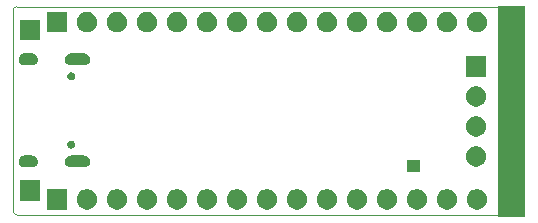
<source format=gbs>
G04 #@! TF.GenerationSoftware,KiCad,Pcbnew,5.1.5+dfsg1-2build2*
G04 #@! TF.CreationDate,2020-10-31T17:23:00+01:00*
G04 #@! TF.ProjectId,OtterPill,4f747465-7250-4696-9c6c-2e6b69636164,rev?*
G04 #@! TF.SameCoordinates,Original*
G04 #@! TF.FileFunction,Soldermask,Bot*
G04 #@! TF.FilePolarity,Negative*
%FSLAX46Y46*%
G04 Gerber Fmt 4.6, Leading zero omitted, Abs format (unit mm)*
G04 Created by KiCad (PCBNEW 5.1.5+dfsg1-2build2) date 2020-10-31 17:23:00*
%MOMM*%
%LPD*%
G04 APERTURE LIST*
%ADD10C,0.050000*%
%ADD11C,0.100000*%
G04 APERTURE END LIST*
D10*
X63200000Y-37100000D02*
G75*
G02X62900000Y-37400000I-300000J0D01*
G01*
X62900000Y-19800000D02*
G75*
G02X63200000Y-20100000I0J-300000D01*
G01*
X20000000Y-20100000D02*
G75*
G02X20300000Y-19800000I300000J0D01*
G01*
X20300000Y-37400000D02*
G75*
G02X20000000Y-37100000I0J300000D01*
G01*
X20000000Y-37100000D02*
X20000000Y-20100000D01*
X62900000Y-37400000D02*
X20300000Y-37400000D01*
X63200000Y-20100000D02*
X63200000Y-37100000D01*
X20300000Y-19800000D02*
X62900000Y-19800000D01*
D11*
G36*
X63300000Y-37600000D02*
G01*
X61070000Y-37600000D01*
X61070000Y-19700000D01*
X63300000Y-19700000D01*
X63300000Y-37600000D01*
G37*
G36*
X34110853Y-35273049D02*
G01*
X34110856Y-35273050D01*
X34110855Y-35273050D01*
X34267360Y-35337876D01*
X34267363Y-35337878D01*
X34408218Y-35431995D01*
X34528005Y-35551782D01*
X34622122Y-35692637D01*
X34622124Y-35692640D01*
X34674977Y-35820239D01*
X34686951Y-35849147D01*
X34720000Y-36015297D01*
X34720000Y-36184703D01*
X34686951Y-36350853D01*
X34686950Y-36350855D01*
X34622124Y-36507360D01*
X34622122Y-36507363D01*
X34528005Y-36648218D01*
X34408218Y-36768005D01*
X34267363Y-36862122D01*
X34267360Y-36862124D01*
X34139761Y-36914977D01*
X34110853Y-36926951D01*
X33944703Y-36960000D01*
X33775297Y-36960000D01*
X33609147Y-36926951D01*
X33580239Y-36914977D01*
X33452640Y-36862124D01*
X33452637Y-36862122D01*
X33311782Y-36768005D01*
X33191995Y-36648218D01*
X33097878Y-36507363D01*
X33097876Y-36507360D01*
X33033050Y-36350855D01*
X33033049Y-36350853D01*
X33000000Y-36184703D01*
X33000000Y-36015297D01*
X33033049Y-35849147D01*
X33045023Y-35820239D01*
X33097876Y-35692640D01*
X33097878Y-35692637D01*
X33191995Y-35551782D01*
X33311782Y-35431995D01*
X33452637Y-35337878D01*
X33452640Y-35337876D01*
X33609145Y-35273050D01*
X33609144Y-35273050D01*
X33609147Y-35273049D01*
X33775297Y-35240000D01*
X33944703Y-35240000D01*
X34110853Y-35273049D01*
G37*
G36*
X24560000Y-36960000D02*
G01*
X22840000Y-36960000D01*
X22840000Y-35240000D01*
X24560000Y-35240000D01*
X24560000Y-36960000D01*
G37*
G36*
X26490853Y-35273049D02*
G01*
X26490856Y-35273050D01*
X26490855Y-35273050D01*
X26647360Y-35337876D01*
X26647363Y-35337878D01*
X26788218Y-35431995D01*
X26908005Y-35551782D01*
X27002122Y-35692637D01*
X27002124Y-35692640D01*
X27054977Y-35820239D01*
X27066951Y-35849147D01*
X27100000Y-36015297D01*
X27100000Y-36184703D01*
X27066951Y-36350853D01*
X27066950Y-36350855D01*
X27002124Y-36507360D01*
X27002122Y-36507363D01*
X26908005Y-36648218D01*
X26788218Y-36768005D01*
X26647363Y-36862122D01*
X26647360Y-36862124D01*
X26519761Y-36914977D01*
X26490853Y-36926951D01*
X26324703Y-36960000D01*
X26155297Y-36960000D01*
X25989147Y-36926951D01*
X25960239Y-36914977D01*
X25832640Y-36862124D01*
X25832637Y-36862122D01*
X25691782Y-36768005D01*
X25571995Y-36648218D01*
X25477878Y-36507363D01*
X25477876Y-36507360D01*
X25413050Y-36350855D01*
X25413049Y-36350853D01*
X25380000Y-36184703D01*
X25380000Y-36015297D01*
X25413049Y-35849147D01*
X25425023Y-35820239D01*
X25477876Y-35692640D01*
X25477878Y-35692637D01*
X25571995Y-35551782D01*
X25691782Y-35431995D01*
X25832637Y-35337878D01*
X25832640Y-35337876D01*
X25989145Y-35273050D01*
X25989144Y-35273050D01*
X25989147Y-35273049D01*
X26155297Y-35240000D01*
X26324703Y-35240000D01*
X26490853Y-35273049D01*
G37*
G36*
X29030853Y-35273049D02*
G01*
X29030856Y-35273050D01*
X29030855Y-35273050D01*
X29187360Y-35337876D01*
X29187363Y-35337878D01*
X29328218Y-35431995D01*
X29448005Y-35551782D01*
X29542122Y-35692637D01*
X29542124Y-35692640D01*
X29594977Y-35820239D01*
X29606951Y-35849147D01*
X29640000Y-36015297D01*
X29640000Y-36184703D01*
X29606951Y-36350853D01*
X29606950Y-36350855D01*
X29542124Y-36507360D01*
X29542122Y-36507363D01*
X29448005Y-36648218D01*
X29328218Y-36768005D01*
X29187363Y-36862122D01*
X29187360Y-36862124D01*
X29059761Y-36914977D01*
X29030853Y-36926951D01*
X28864703Y-36960000D01*
X28695297Y-36960000D01*
X28529147Y-36926951D01*
X28500239Y-36914977D01*
X28372640Y-36862124D01*
X28372637Y-36862122D01*
X28231782Y-36768005D01*
X28111995Y-36648218D01*
X28017878Y-36507363D01*
X28017876Y-36507360D01*
X27953050Y-36350855D01*
X27953049Y-36350853D01*
X27920000Y-36184703D01*
X27920000Y-36015297D01*
X27953049Y-35849147D01*
X27965023Y-35820239D01*
X28017876Y-35692640D01*
X28017878Y-35692637D01*
X28111995Y-35551782D01*
X28231782Y-35431995D01*
X28372637Y-35337878D01*
X28372640Y-35337876D01*
X28529145Y-35273050D01*
X28529144Y-35273050D01*
X28529147Y-35273049D01*
X28695297Y-35240000D01*
X28864703Y-35240000D01*
X29030853Y-35273049D01*
G37*
G36*
X31570853Y-35273049D02*
G01*
X31570856Y-35273050D01*
X31570855Y-35273050D01*
X31727360Y-35337876D01*
X31727363Y-35337878D01*
X31868218Y-35431995D01*
X31988005Y-35551782D01*
X32082122Y-35692637D01*
X32082124Y-35692640D01*
X32134977Y-35820239D01*
X32146951Y-35849147D01*
X32180000Y-36015297D01*
X32180000Y-36184703D01*
X32146951Y-36350853D01*
X32146950Y-36350855D01*
X32082124Y-36507360D01*
X32082122Y-36507363D01*
X31988005Y-36648218D01*
X31868218Y-36768005D01*
X31727363Y-36862122D01*
X31727360Y-36862124D01*
X31599761Y-36914977D01*
X31570853Y-36926951D01*
X31404703Y-36960000D01*
X31235297Y-36960000D01*
X31069147Y-36926951D01*
X31040239Y-36914977D01*
X30912640Y-36862124D01*
X30912637Y-36862122D01*
X30771782Y-36768005D01*
X30651995Y-36648218D01*
X30557878Y-36507363D01*
X30557876Y-36507360D01*
X30493050Y-36350855D01*
X30493049Y-36350853D01*
X30460000Y-36184703D01*
X30460000Y-36015297D01*
X30493049Y-35849147D01*
X30505023Y-35820239D01*
X30557876Y-35692640D01*
X30557878Y-35692637D01*
X30651995Y-35551782D01*
X30771782Y-35431995D01*
X30912637Y-35337878D01*
X30912640Y-35337876D01*
X31069145Y-35273050D01*
X31069144Y-35273050D01*
X31069147Y-35273049D01*
X31235297Y-35240000D01*
X31404703Y-35240000D01*
X31570853Y-35273049D01*
G37*
G36*
X36650853Y-35273049D02*
G01*
X36650856Y-35273050D01*
X36650855Y-35273050D01*
X36807360Y-35337876D01*
X36807363Y-35337878D01*
X36948218Y-35431995D01*
X37068005Y-35551782D01*
X37162122Y-35692637D01*
X37162124Y-35692640D01*
X37214977Y-35820239D01*
X37226951Y-35849147D01*
X37260000Y-36015297D01*
X37260000Y-36184703D01*
X37226951Y-36350853D01*
X37226950Y-36350855D01*
X37162124Y-36507360D01*
X37162122Y-36507363D01*
X37068005Y-36648218D01*
X36948218Y-36768005D01*
X36807363Y-36862122D01*
X36807360Y-36862124D01*
X36679761Y-36914977D01*
X36650853Y-36926951D01*
X36484703Y-36960000D01*
X36315297Y-36960000D01*
X36149147Y-36926951D01*
X36120239Y-36914977D01*
X35992640Y-36862124D01*
X35992637Y-36862122D01*
X35851782Y-36768005D01*
X35731995Y-36648218D01*
X35637878Y-36507363D01*
X35637876Y-36507360D01*
X35573050Y-36350855D01*
X35573049Y-36350853D01*
X35540000Y-36184703D01*
X35540000Y-36015297D01*
X35573049Y-35849147D01*
X35585023Y-35820239D01*
X35637876Y-35692640D01*
X35637878Y-35692637D01*
X35731995Y-35551782D01*
X35851782Y-35431995D01*
X35992637Y-35337878D01*
X35992640Y-35337876D01*
X36149145Y-35273050D01*
X36149144Y-35273050D01*
X36149147Y-35273049D01*
X36315297Y-35240000D01*
X36484703Y-35240000D01*
X36650853Y-35273049D01*
G37*
G36*
X39190853Y-35273049D02*
G01*
X39190856Y-35273050D01*
X39190855Y-35273050D01*
X39347360Y-35337876D01*
X39347363Y-35337878D01*
X39488218Y-35431995D01*
X39608005Y-35551782D01*
X39702122Y-35692637D01*
X39702124Y-35692640D01*
X39754977Y-35820239D01*
X39766951Y-35849147D01*
X39800000Y-36015297D01*
X39800000Y-36184703D01*
X39766951Y-36350853D01*
X39766950Y-36350855D01*
X39702124Y-36507360D01*
X39702122Y-36507363D01*
X39608005Y-36648218D01*
X39488218Y-36768005D01*
X39347363Y-36862122D01*
X39347360Y-36862124D01*
X39219761Y-36914977D01*
X39190853Y-36926951D01*
X39024703Y-36960000D01*
X38855297Y-36960000D01*
X38689147Y-36926951D01*
X38660239Y-36914977D01*
X38532640Y-36862124D01*
X38532637Y-36862122D01*
X38391782Y-36768005D01*
X38271995Y-36648218D01*
X38177878Y-36507363D01*
X38177876Y-36507360D01*
X38113050Y-36350855D01*
X38113049Y-36350853D01*
X38080000Y-36184703D01*
X38080000Y-36015297D01*
X38113049Y-35849147D01*
X38125023Y-35820239D01*
X38177876Y-35692640D01*
X38177878Y-35692637D01*
X38271995Y-35551782D01*
X38391782Y-35431995D01*
X38532637Y-35337878D01*
X38532640Y-35337876D01*
X38689145Y-35273050D01*
X38689144Y-35273050D01*
X38689147Y-35273049D01*
X38855297Y-35240000D01*
X39024703Y-35240000D01*
X39190853Y-35273049D01*
G37*
G36*
X41730853Y-35273049D02*
G01*
X41730856Y-35273050D01*
X41730855Y-35273050D01*
X41887360Y-35337876D01*
X41887363Y-35337878D01*
X42028218Y-35431995D01*
X42148005Y-35551782D01*
X42242122Y-35692637D01*
X42242124Y-35692640D01*
X42294977Y-35820239D01*
X42306951Y-35849147D01*
X42340000Y-36015297D01*
X42340000Y-36184703D01*
X42306951Y-36350853D01*
X42306950Y-36350855D01*
X42242124Y-36507360D01*
X42242122Y-36507363D01*
X42148005Y-36648218D01*
X42028218Y-36768005D01*
X41887363Y-36862122D01*
X41887360Y-36862124D01*
X41759761Y-36914977D01*
X41730853Y-36926951D01*
X41564703Y-36960000D01*
X41395297Y-36960000D01*
X41229147Y-36926951D01*
X41200239Y-36914977D01*
X41072640Y-36862124D01*
X41072637Y-36862122D01*
X40931782Y-36768005D01*
X40811995Y-36648218D01*
X40717878Y-36507363D01*
X40717876Y-36507360D01*
X40653050Y-36350855D01*
X40653049Y-36350853D01*
X40620000Y-36184703D01*
X40620000Y-36015297D01*
X40653049Y-35849147D01*
X40665023Y-35820239D01*
X40717876Y-35692640D01*
X40717878Y-35692637D01*
X40811995Y-35551782D01*
X40931782Y-35431995D01*
X41072637Y-35337878D01*
X41072640Y-35337876D01*
X41229145Y-35273050D01*
X41229144Y-35273050D01*
X41229147Y-35273049D01*
X41395297Y-35240000D01*
X41564703Y-35240000D01*
X41730853Y-35273049D01*
G37*
G36*
X44270853Y-35273049D02*
G01*
X44270856Y-35273050D01*
X44270855Y-35273050D01*
X44427360Y-35337876D01*
X44427363Y-35337878D01*
X44568218Y-35431995D01*
X44688005Y-35551782D01*
X44782122Y-35692637D01*
X44782124Y-35692640D01*
X44834977Y-35820239D01*
X44846951Y-35849147D01*
X44880000Y-36015297D01*
X44880000Y-36184703D01*
X44846951Y-36350853D01*
X44846950Y-36350855D01*
X44782124Y-36507360D01*
X44782122Y-36507363D01*
X44688005Y-36648218D01*
X44568218Y-36768005D01*
X44427363Y-36862122D01*
X44427360Y-36862124D01*
X44299761Y-36914977D01*
X44270853Y-36926951D01*
X44104703Y-36960000D01*
X43935297Y-36960000D01*
X43769147Y-36926951D01*
X43740239Y-36914977D01*
X43612640Y-36862124D01*
X43612637Y-36862122D01*
X43471782Y-36768005D01*
X43351995Y-36648218D01*
X43257878Y-36507363D01*
X43257876Y-36507360D01*
X43193050Y-36350855D01*
X43193049Y-36350853D01*
X43160000Y-36184703D01*
X43160000Y-36015297D01*
X43193049Y-35849147D01*
X43205023Y-35820239D01*
X43257876Y-35692640D01*
X43257878Y-35692637D01*
X43351995Y-35551782D01*
X43471782Y-35431995D01*
X43612637Y-35337878D01*
X43612640Y-35337876D01*
X43769145Y-35273050D01*
X43769144Y-35273050D01*
X43769147Y-35273049D01*
X43935297Y-35240000D01*
X44104703Y-35240000D01*
X44270853Y-35273049D01*
G37*
G36*
X46810853Y-35273049D02*
G01*
X46810856Y-35273050D01*
X46810855Y-35273050D01*
X46967360Y-35337876D01*
X46967363Y-35337878D01*
X47108218Y-35431995D01*
X47228005Y-35551782D01*
X47322122Y-35692637D01*
X47322124Y-35692640D01*
X47374977Y-35820239D01*
X47386951Y-35849147D01*
X47420000Y-36015297D01*
X47420000Y-36184703D01*
X47386951Y-36350853D01*
X47386950Y-36350855D01*
X47322124Y-36507360D01*
X47322122Y-36507363D01*
X47228005Y-36648218D01*
X47108218Y-36768005D01*
X46967363Y-36862122D01*
X46967360Y-36862124D01*
X46839761Y-36914977D01*
X46810853Y-36926951D01*
X46644703Y-36960000D01*
X46475297Y-36960000D01*
X46309147Y-36926951D01*
X46280239Y-36914977D01*
X46152640Y-36862124D01*
X46152637Y-36862122D01*
X46011782Y-36768005D01*
X45891995Y-36648218D01*
X45797878Y-36507363D01*
X45797876Y-36507360D01*
X45733050Y-36350855D01*
X45733049Y-36350853D01*
X45700000Y-36184703D01*
X45700000Y-36015297D01*
X45733049Y-35849147D01*
X45745023Y-35820239D01*
X45797876Y-35692640D01*
X45797878Y-35692637D01*
X45891995Y-35551782D01*
X46011782Y-35431995D01*
X46152637Y-35337878D01*
X46152640Y-35337876D01*
X46309145Y-35273050D01*
X46309144Y-35273050D01*
X46309147Y-35273049D01*
X46475297Y-35240000D01*
X46644703Y-35240000D01*
X46810853Y-35273049D01*
G37*
G36*
X49350853Y-35273049D02*
G01*
X49350856Y-35273050D01*
X49350855Y-35273050D01*
X49507360Y-35337876D01*
X49507363Y-35337878D01*
X49648218Y-35431995D01*
X49768005Y-35551782D01*
X49862122Y-35692637D01*
X49862124Y-35692640D01*
X49914977Y-35820239D01*
X49926951Y-35849147D01*
X49960000Y-36015297D01*
X49960000Y-36184703D01*
X49926951Y-36350853D01*
X49926950Y-36350855D01*
X49862124Y-36507360D01*
X49862122Y-36507363D01*
X49768005Y-36648218D01*
X49648218Y-36768005D01*
X49507363Y-36862122D01*
X49507360Y-36862124D01*
X49379761Y-36914977D01*
X49350853Y-36926951D01*
X49184703Y-36960000D01*
X49015297Y-36960000D01*
X48849147Y-36926951D01*
X48820239Y-36914977D01*
X48692640Y-36862124D01*
X48692637Y-36862122D01*
X48551782Y-36768005D01*
X48431995Y-36648218D01*
X48337878Y-36507363D01*
X48337876Y-36507360D01*
X48273050Y-36350855D01*
X48273049Y-36350853D01*
X48240000Y-36184703D01*
X48240000Y-36015297D01*
X48273049Y-35849147D01*
X48285023Y-35820239D01*
X48337876Y-35692640D01*
X48337878Y-35692637D01*
X48431995Y-35551782D01*
X48551782Y-35431995D01*
X48692637Y-35337878D01*
X48692640Y-35337876D01*
X48849145Y-35273050D01*
X48849144Y-35273050D01*
X48849147Y-35273049D01*
X49015297Y-35240000D01*
X49184703Y-35240000D01*
X49350853Y-35273049D01*
G37*
G36*
X51890853Y-35273049D02*
G01*
X51890856Y-35273050D01*
X51890855Y-35273050D01*
X52047360Y-35337876D01*
X52047363Y-35337878D01*
X52188218Y-35431995D01*
X52308005Y-35551782D01*
X52402122Y-35692637D01*
X52402124Y-35692640D01*
X52454977Y-35820239D01*
X52466951Y-35849147D01*
X52500000Y-36015297D01*
X52500000Y-36184703D01*
X52466951Y-36350853D01*
X52466950Y-36350855D01*
X52402124Y-36507360D01*
X52402122Y-36507363D01*
X52308005Y-36648218D01*
X52188218Y-36768005D01*
X52047363Y-36862122D01*
X52047360Y-36862124D01*
X51919761Y-36914977D01*
X51890853Y-36926951D01*
X51724703Y-36960000D01*
X51555297Y-36960000D01*
X51389147Y-36926951D01*
X51360239Y-36914977D01*
X51232640Y-36862124D01*
X51232637Y-36862122D01*
X51091782Y-36768005D01*
X50971995Y-36648218D01*
X50877878Y-36507363D01*
X50877876Y-36507360D01*
X50813050Y-36350855D01*
X50813049Y-36350853D01*
X50780000Y-36184703D01*
X50780000Y-36015297D01*
X50813049Y-35849147D01*
X50825023Y-35820239D01*
X50877876Y-35692640D01*
X50877878Y-35692637D01*
X50971995Y-35551782D01*
X51091782Y-35431995D01*
X51232637Y-35337878D01*
X51232640Y-35337876D01*
X51389145Y-35273050D01*
X51389144Y-35273050D01*
X51389147Y-35273049D01*
X51555297Y-35240000D01*
X51724703Y-35240000D01*
X51890853Y-35273049D01*
G37*
G36*
X54430853Y-35273049D02*
G01*
X54430856Y-35273050D01*
X54430855Y-35273050D01*
X54587360Y-35337876D01*
X54587363Y-35337878D01*
X54728218Y-35431995D01*
X54848005Y-35551782D01*
X54942122Y-35692637D01*
X54942124Y-35692640D01*
X54994977Y-35820239D01*
X55006951Y-35849147D01*
X55040000Y-36015297D01*
X55040000Y-36184703D01*
X55006951Y-36350853D01*
X55006950Y-36350855D01*
X54942124Y-36507360D01*
X54942122Y-36507363D01*
X54848005Y-36648218D01*
X54728218Y-36768005D01*
X54587363Y-36862122D01*
X54587360Y-36862124D01*
X54459761Y-36914977D01*
X54430853Y-36926951D01*
X54264703Y-36960000D01*
X54095297Y-36960000D01*
X53929147Y-36926951D01*
X53900239Y-36914977D01*
X53772640Y-36862124D01*
X53772637Y-36862122D01*
X53631782Y-36768005D01*
X53511995Y-36648218D01*
X53417878Y-36507363D01*
X53417876Y-36507360D01*
X53353050Y-36350855D01*
X53353049Y-36350853D01*
X53320000Y-36184703D01*
X53320000Y-36015297D01*
X53353049Y-35849147D01*
X53365023Y-35820239D01*
X53417876Y-35692640D01*
X53417878Y-35692637D01*
X53511995Y-35551782D01*
X53631782Y-35431995D01*
X53772637Y-35337878D01*
X53772640Y-35337876D01*
X53929145Y-35273050D01*
X53929144Y-35273050D01*
X53929147Y-35273049D01*
X54095297Y-35240000D01*
X54264703Y-35240000D01*
X54430853Y-35273049D01*
G37*
G36*
X56970853Y-35273049D02*
G01*
X56970856Y-35273050D01*
X56970855Y-35273050D01*
X57127360Y-35337876D01*
X57127363Y-35337878D01*
X57268218Y-35431995D01*
X57388005Y-35551782D01*
X57482122Y-35692637D01*
X57482124Y-35692640D01*
X57534977Y-35820239D01*
X57546951Y-35849147D01*
X57580000Y-36015297D01*
X57580000Y-36184703D01*
X57546951Y-36350853D01*
X57546950Y-36350855D01*
X57482124Y-36507360D01*
X57482122Y-36507363D01*
X57388005Y-36648218D01*
X57268218Y-36768005D01*
X57127363Y-36862122D01*
X57127360Y-36862124D01*
X56999761Y-36914977D01*
X56970853Y-36926951D01*
X56804703Y-36960000D01*
X56635297Y-36960000D01*
X56469147Y-36926951D01*
X56440239Y-36914977D01*
X56312640Y-36862124D01*
X56312637Y-36862122D01*
X56171782Y-36768005D01*
X56051995Y-36648218D01*
X55957878Y-36507363D01*
X55957876Y-36507360D01*
X55893050Y-36350855D01*
X55893049Y-36350853D01*
X55860000Y-36184703D01*
X55860000Y-36015297D01*
X55893049Y-35849147D01*
X55905023Y-35820239D01*
X55957876Y-35692640D01*
X55957878Y-35692637D01*
X56051995Y-35551782D01*
X56171782Y-35431995D01*
X56312637Y-35337878D01*
X56312640Y-35337876D01*
X56469145Y-35273050D01*
X56469144Y-35273050D01*
X56469147Y-35273049D01*
X56635297Y-35240000D01*
X56804703Y-35240000D01*
X56970853Y-35273049D01*
G37*
G36*
X59510853Y-35273049D02*
G01*
X59510856Y-35273050D01*
X59510855Y-35273050D01*
X59667360Y-35337876D01*
X59667363Y-35337878D01*
X59808218Y-35431995D01*
X59928005Y-35551782D01*
X60022122Y-35692637D01*
X60022124Y-35692640D01*
X60074977Y-35820239D01*
X60086951Y-35849147D01*
X60120000Y-36015297D01*
X60120000Y-36184703D01*
X60086951Y-36350853D01*
X60086950Y-36350855D01*
X60022124Y-36507360D01*
X60022122Y-36507363D01*
X59928005Y-36648218D01*
X59808218Y-36768005D01*
X59667363Y-36862122D01*
X59667360Y-36862124D01*
X59539761Y-36914977D01*
X59510853Y-36926951D01*
X59344703Y-36960000D01*
X59175297Y-36960000D01*
X59009147Y-36926951D01*
X58980239Y-36914977D01*
X58852640Y-36862124D01*
X58852637Y-36862122D01*
X58711782Y-36768005D01*
X58591995Y-36648218D01*
X58497878Y-36507363D01*
X58497876Y-36507360D01*
X58433050Y-36350855D01*
X58433049Y-36350853D01*
X58400000Y-36184703D01*
X58400000Y-36015297D01*
X58433049Y-35849147D01*
X58445023Y-35820239D01*
X58497876Y-35692640D01*
X58497878Y-35692637D01*
X58591995Y-35551782D01*
X58711782Y-35431995D01*
X58852637Y-35337878D01*
X58852640Y-35337876D01*
X59009145Y-35273050D01*
X59009144Y-35273050D01*
X59009147Y-35273049D01*
X59175297Y-35240000D01*
X59344703Y-35240000D01*
X59510853Y-35273049D01*
G37*
G36*
X22280000Y-36200000D02*
G01*
X20560000Y-36200000D01*
X20560000Y-34480000D01*
X22280000Y-34480000D01*
X22280000Y-36200000D01*
G37*
G36*
X54410000Y-33810000D02*
G01*
X53390000Y-33810000D01*
X53390000Y-32790000D01*
X54410000Y-32790000D01*
X54410000Y-33810000D01*
G37*
G36*
X26104976Y-32387380D02*
G01*
X26201112Y-32416542D01*
X26289710Y-32463899D01*
X26367368Y-32527631D01*
X26431100Y-32605289D01*
X26478457Y-32693887D01*
X26507619Y-32790023D01*
X26517466Y-32890000D01*
X26507619Y-32989977D01*
X26478457Y-33086113D01*
X26431100Y-33174711D01*
X26431098Y-33174714D01*
X26431097Y-33174715D01*
X26367368Y-33252369D01*
X26313045Y-33296951D01*
X26289710Y-33316101D01*
X26201112Y-33363458D01*
X26104976Y-33392620D01*
X26030047Y-33400000D01*
X24879951Y-33400000D01*
X24805022Y-33392620D01*
X24708886Y-33363458D01*
X24620288Y-33316101D01*
X24596954Y-33296951D01*
X24542630Y-33252369D01*
X24478901Y-33174715D01*
X24478900Y-33174714D01*
X24478898Y-33174711D01*
X24431541Y-33086113D01*
X24402379Y-32989977D01*
X24392532Y-32890000D01*
X24402379Y-32790023D01*
X24431541Y-32693887D01*
X24478898Y-32605289D01*
X24542630Y-32527631D01*
X24620288Y-32463899D01*
X24708886Y-32416542D01*
X24805022Y-32387380D01*
X24879951Y-32380000D01*
X26030047Y-32380000D01*
X26104976Y-32387380D01*
G37*
G36*
X21674976Y-32387380D02*
G01*
X21771112Y-32416542D01*
X21859710Y-32463899D01*
X21937368Y-32527631D01*
X22001100Y-32605289D01*
X22048457Y-32693887D01*
X22077619Y-32790023D01*
X22087466Y-32890000D01*
X22077619Y-32989977D01*
X22048457Y-33086113D01*
X22001100Y-33174711D01*
X22001098Y-33174714D01*
X22001097Y-33174715D01*
X21937368Y-33252369D01*
X21883045Y-33296951D01*
X21859710Y-33316101D01*
X21771112Y-33363458D01*
X21674976Y-33392620D01*
X21600047Y-33400000D01*
X20949951Y-33400000D01*
X20875022Y-33392620D01*
X20778886Y-33363458D01*
X20690288Y-33316101D01*
X20666954Y-33296951D01*
X20612630Y-33252369D01*
X20548901Y-33174715D01*
X20548900Y-33174714D01*
X20548898Y-33174711D01*
X20501541Y-33086113D01*
X20472379Y-32989977D01*
X20462532Y-32890000D01*
X20472379Y-32790023D01*
X20501541Y-32693887D01*
X20548898Y-32605289D01*
X20612630Y-32527631D01*
X20690288Y-32463899D01*
X20778886Y-32416542D01*
X20875022Y-32387380D01*
X20949951Y-32380000D01*
X21600047Y-32380000D01*
X21674976Y-32387380D01*
G37*
G36*
X59450853Y-31643049D02*
G01*
X59450856Y-31643050D01*
X59450855Y-31643050D01*
X59607360Y-31707876D01*
X59607363Y-31707878D01*
X59748218Y-31801995D01*
X59868005Y-31921782D01*
X59962122Y-32062637D01*
X59962124Y-32062640D01*
X60014977Y-32190239D01*
X60026951Y-32219147D01*
X60060000Y-32385297D01*
X60060000Y-32554703D01*
X60026951Y-32720853D01*
X60026950Y-32720855D01*
X59962124Y-32877360D01*
X59962122Y-32877363D01*
X59868005Y-33018218D01*
X59748218Y-33138005D01*
X59607363Y-33232122D01*
X59607360Y-33232124D01*
X59479761Y-33284977D01*
X59450853Y-33296951D01*
X59284703Y-33330000D01*
X59115297Y-33330000D01*
X58949147Y-33296951D01*
X58920239Y-33284977D01*
X58792640Y-33232124D01*
X58792637Y-33232122D01*
X58651782Y-33138005D01*
X58531995Y-33018218D01*
X58437878Y-32877363D01*
X58437876Y-32877360D01*
X58373050Y-32720855D01*
X58373049Y-32720853D01*
X58340000Y-32554703D01*
X58340000Y-32385297D01*
X58373049Y-32219147D01*
X58385023Y-32190239D01*
X58437876Y-32062640D01*
X58437878Y-32062637D01*
X58531995Y-31921782D01*
X58651782Y-31801995D01*
X58792637Y-31707878D01*
X58792640Y-31707876D01*
X58949145Y-31643050D01*
X58949144Y-31643050D01*
X58949147Y-31643049D01*
X59115297Y-31610000D01*
X59284703Y-31610000D01*
X59450853Y-31643049D01*
G37*
G36*
X25022717Y-31137874D02*
G01*
X25083678Y-31163125D01*
X25083681Y-31163127D01*
X25138549Y-31199788D01*
X25185211Y-31246450D01*
X25221872Y-31301318D01*
X25221874Y-31301321D01*
X25247125Y-31362282D01*
X25259999Y-31427005D01*
X25259999Y-31492995D01*
X25247125Y-31557718D01*
X25221874Y-31618679D01*
X25221872Y-31618682D01*
X25185211Y-31673550D01*
X25138549Y-31720212D01*
X25083681Y-31756873D01*
X25083678Y-31756875D01*
X25022717Y-31782126D01*
X24957994Y-31795000D01*
X24892004Y-31795000D01*
X24827281Y-31782126D01*
X24766320Y-31756875D01*
X24766317Y-31756873D01*
X24711449Y-31720212D01*
X24664787Y-31673550D01*
X24628126Y-31618682D01*
X24628124Y-31618679D01*
X24602873Y-31557718D01*
X24589999Y-31492995D01*
X24589999Y-31427005D01*
X24602873Y-31362282D01*
X24628124Y-31301321D01*
X24628126Y-31301318D01*
X24664787Y-31246450D01*
X24711449Y-31199788D01*
X24766317Y-31163127D01*
X24766320Y-31163125D01*
X24827281Y-31137874D01*
X24892004Y-31125000D01*
X24957994Y-31125000D01*
X25022717Y-31137874D01*
G37*
G36*
X59450853Y-29103049D02*
G01*
X59450856Y-29103050D01*
X59450855Y-29103050D01*
X59607360Y-29167876D01*
X59607363Y-29167878D01*
X59748218Y-29261995D01*
X59868005Y-29381782D01*
X59962122Y-29522637D01*
X59962124Y-29522640D01*
X60014977Y-29650239D01*
X60026951Y-29679147D01*
X60060000Y-29845297D01*
X60060000Y-30014703D01*
X60026951Y-30180853D01*
X60026950Y-30180855D01*
X59962124Y-30337360D01*
X59962122Y-30337363D01*
X59868005Y-30478218D01*
X59748218Y-30598005D01*
X59607363Y-30692122D01*
X59607360Y-30692124D01*
X59479761Y-30744977D01*
X59450853Y-30756951D01*
X59284703Y-30790000D01*
X59115297Y-30790000D01*
X58949147Y-30756951D01*
X58920239Y-30744977D01*
X58792640Y-30692124D01*
X58792637Y-30692122D01*
X58651782Y-30598005D01*
X58531995Y-30478218D01*
X58437878Y-30337363D01*
X58437876Y-30337360D01*
X58373050Y-30180855D01*
X58373049Y-30180853D01*
X58340000Y-30014703D01*
X58340000Y-29845297D01*
X58373049Y-29679147D01*
X58385023Y-29650239D01*
X58437876Y-29522640D01*
X58437878Y-29522637D01*
X58531995Y-29381782D01*
X58651782Y-29261995D01*
X58792637Y-29167878D01*
X58792640Y-29167876D01*
X58949145Y-29103050D01*
X58949144Y-29103050D01*
X58949147Y-29103049D01*
X59115297Y-29070000D01*
X59284703Y-29070000D01*
X59450853Y-29103049D01*
G37*
G36*
X59450853Y-26563049D02*
G01*
X59450856Y-26563050D01*
X59450855Y-26563050D01*
X59607360Y-26627876D01*
X59607363Y-26627878D01*
X59748218Y-26721995D01*
X59868005Y-26841782D01*
X59962122Y-26982637D01*
X59962124Y-26982640D01*
X60014977Y-27110239D01*
X60026951Y-27139147D01*
X60060000Y-27305297D01*
X60060000Y-27474703D01*
X60026951Y-27640853D01*
X60026950Y-27640855D01*
X59962124Y-27797360D01*
X59962122Y-27797363D01*
X59868005Y-27938218D01*
X59748218Y-28058005D01*
X59607363Y-28152122D01*
X59607360Y-28152124D01*
X59479761Y-28204977D01*
X59450853Y-28216951D01*
X59284703Y-28250000D01*
X59115297Y-28250000D01*
X58949147Y-28216951D01*
X58920239Y-28204977D01*
X58792640Y-28152124D01*
X58792637Y-28152122D01*
X58651782Y-28058005D01*
X58531995Y-27938218D01*
X58437878Y-27797363D01*
X58437876Y-27797360D01*
X58373050Y-27640855D01*
X58373049Y-27640853D01*
X58340000Y-27474703D01*
X58340000Y-27305297D01*
X58373049Y-27139147D01*
X58385023Y-27110239D01*
X58437876Y-26982640D01*
X58437878Y-26982637D01*
X58531995Y-26841782D01*
X58651782Y-26721995D01*
X58792637Y-26627878D01*
X58792640Y-26627876D01*
X58949145Y-26563050D01*
X58949144Y-26563050D01*
X58949147Y-26563049D01*
X59115297Y-26530000D01*
X59284703Y-26530000D01*
X59450853Y-26563049D01*
G37*
G36*
X25022717Y-25357874D02*
G01*
X25083678Y-25383125D01*
X25083681Y-25383127D01*
X25138549Y-25419788D01*
X25185211Y-25466450D01*
X25221872Y-25521318D01*
X25221874Y-25521321D01*
X25247125Y-25582282D01*
X25259999Y-25647005D01*
X25259999Y-25712995D01*
X25247125Y-25777718D01*
X25221874Y-25838679D01*
X25221872Y-25838682D01*
X25185211Y-25893550D01*
X25138549Y-25940212D01*
X25083681Y-25976873D01*
X25083678Y-25976875D01*
X25022717Y-26002126D01*
X24957994Y-26015000D01*
X24892004Y-26015000D01*
X24827281Y-26002126D01*
X24766320Y-25976875D01*
X24766317Y-25976873D01*
X24711449Y-25940212D01*
X24664787Y-25893550D01*
X24628126Y-25838682D01*
X24628124Y-25838679D01*
X24602873Y-25777718D01*
X24589999Y-25712995D01*
X24589999Y-25647005D01*
X24602873Y-25582282D01*
X24628124Y-25521321D01*
X24628126Y-25521318D01*
X24664787Y-25466450D01*
X24711449Y-25419788D01*
X24766317Y-25383127D01*
X24766320Y-25383125D01*
X24827281Y-25357874D01*
X24892004Y-25345000D01*
X24957994Y-25345000D01*
X25022717Y-25357874D01*
G37*
G36*
X60060000Y-25710000D02*
G01*
X58340000Y-25710000D01*
X58340000Y-23990000D01*
X60060000Y-23990000D01*
X60060000Y-25710000D01*
G37*
G36*
X26104976Y-23747380D02*
G01*
X26201112Y-23776542D01*
X26289710Y-23823899D01*
X26367368Y-23887631D01*
X26431100Y-23965289D01*
X26478457Y-24053887D01*
X26507619Y-24150023D01*
X26517466Y-24250000D01*
X26507619Y-24349977D01*
X26478457Y-24446113D01*
X26431100Y-24534711D01*
X26367368Y-24612369D01*
X26289710Y-24676101D01*
X26201112Y-24723458D01*
X26104976Y-24752620D01*
X26030047Y-24760000D01*
X24879951Y-24760000D01*
X24805022Y-24752620D01*
X24708886Y-24723458D01*
X24620288Y-24676101D01*
X24542630Y-24612369D01*
X24478898Y-24534711D01*
X24431541Y-24446113D01*
X24402379Y-24349977D01*
X24392532Y-24250000D01*
X24402379Y-24150023D01*
X24431541Y-24053887D01*
X24478898Y-23965289D01*
X24542630Y-23887631D01*
X24620288Y-23823899D01*
X24708886Y-23776542D01*
X24805022Y-23747380D01*
X24879951Y-23740000D01*
X26030047Y-23740000D01*
X26104976Y-23747380D01*
G37*
G36*
X21674976Y-23747380D02*
G01*
X21771112Y-23776542D01*
X21859710Y-23823899D01*
X21937368Y-23887631D01*
X22001100Y-23965289D01*
X22048457Y-24053887D01*
X22077619Y-24150023D01*
X22087466Y-24250000D01*
X22077619Y-24349977D01*
X22048457Y-24446113D01*
X22001100Y-24534711D01*
X21937368Y-24612369D01*
X21859710Y-24676101D01*
X21771112Y-24723458D01*
X21674976Y-24752620D01*
X21600047Y-24760000D01*
X20949951Y-24760000D01*
X20875022Y-24752620D01*
X20778886Y-24723458D01*
X20690288Y-24676101D01*
X20612630Y-24612369D01*
X20548898Y-24534711D01*
X20501541Y-24446113D01*
X20472379Y-24349977D01*
X20462532Y-24250000D01*
X20472379Y-24150023D01*
X20501541Y-24053887D01*
X20548898Y-23965289D01*
X20612630Y-23887631D01*
X20690288Y-23823899D01*
X20778886Y-23776542D01*
X20875022Y-23747380D01*
X20949951Y-23740000D01*
X21600047Y-23740000D01*
X21674976Y-23747380D01*
G37*
G36*
X22280000Y-22640000D02*
G01*
X20560000Y-22640000D01*
X20560000Y-20920000D01*
X22280000Y-20920000D01*
X22280000Y-22640000D01*
G37*
G36*
X34110853Y-20273049D02*
G01*
X34110856Y-20273050D01*
X34110855Y-20273050D01*
X34267360Y-20337876D01*
X34267363Y-20337878D01*
X34408218Y-20431995D01*
X34528005Y-20551782D01*
X34622122Y-20692637D01*
X34622124Y-20692640D01*
X34674977Y-20820239D01*
X34686951Y-20849147D01*
X34720000Y-21015297D01*
X34720000Y-21184703D01*
X34686951Y-21350853D01*
X34686950Y-21350855D01*
X34622124Y-21507360D01*
X34622122Y-21507363D01*
X34528005Y-21648218D01*
X34408218Y-21768005D01*
X34267363Y-21862122D01*
X34267360Y-21862124D01*
X34139761Y-21914977D01*
X34110853Y-21926951D01*
X33944703Y-21960000D01*
X33775297Y-21960000D01*
X33609147Y-21926951D01*
X33580239Y-21914977D01*
X33452640Y-21862124D01*
X33452637Y-21862122D01*
X33311782Y-21768005D01*
X33191995Y-21648218D01*
X33097878Y-21507363D01*
X33097876Y-21507360D01*
X33033050Y-21350855D01*
X33033049Y-21350853D01*
X33000000Y-21184703D01*
X33000000Y-21015297D01*
X33033049Y-20849147D01*
X33045023Y-20820239D01*
X33097876Y-20692640D01*
X33097878Y-20692637D01*
X33191995Y-20551782D01*
X33311782Y-20431995D01*
X33452637Y-20337878D01*
X33452640Y-20337876D01*
X33609145Y-20273050D01*
X33609144Y-20273050D01*
X33609147Y-20273049D01*
X33775297Y-20240000D01*
X33944703Y-20240000D01*
X34110853Y-20273049D01*
G37*
G36*
X41730853Y-20273049D02*
G01*
X41730856Y-20273050D01*
X41730855Y-20273050D01*
X41887360Y-20337876D01*
X41887363Y-20337878D01*
X42028218Y-20431995D01*
X42148005Y-20551782D01*
X42242122Y-20692637D01*
X42242124Y-20692640D01*
X42294977Y-20820239D01*
X42306951Y-20849147D01*
X42340000Y-21015297D01*
X42340000Y-21184703D01*
X42306951Y-21350853D01*
X42306950Y-21350855D01*
X42242124Y-21507360D01*
X42242122Y-21507363D01*
X42148005Y-21648218D01*
X42028218Y-21768005D01*
X41887363Y-21862122D01*
X41887360Y-21862124D01*
X41759761Y-21914977D01*
X41730853Y-21926951D01*
X41564703Y-21960000D01*
X41395297Y-21960000D01*
X41229147Y-21926951D01*
X41200239Y-21914977D01*
X41072640Y-21862124D01*
X41072637Y-21862122D01*
X40931782Y-21768005D01*
X40811995Y-21648218D01*
X40717878Y-21507363D01*
X40717876Y-21507360D01*
X40653050Y-21350855D01*
X40653049Y-21350853D01*
X40620000Y-21184703D01*
X40620000Y-21015297D01*
X40653049Y-20849147D01*
X40665023Y-20820239D01*
X40717876Y-20692640D01*
X40717878Y-20692637D01*
X40811995Y-20551782D01*
X40931782Y-20431995D01*
X41072637Y-20337878D01*
X41072640Y-20337876D01*
X41229145Y-20273050D01*
X41229144Y-20273050D01*
X41229147Y-20273049D01*
X41395297Y-20240000D01*
X41564703Y-20240000D01*
X41730853Y-20273049D01*
G37*
G36*
X39190853Y-20273049D02*
G01*
X39190856Y-20273050D01*
X39190855Y-20273050D01*
X39347360Y-20337876D01*
X39347363Y-20337878D01*
X39488218Y-20431995D01*
X39608005Y-20551782D01*
X39702122Y-20692637D01*
X39702124Y-20692640D01*
X39754977Y-20820239D01*
X39766951Y-20849147D01*
X39800000Y-21015297D01*
X39800000Y-21184703D01*
X39766951Y-21350853D01*
X39766950Y-21350855D01*
X39702124Y-21507360D01*
X39702122Y-21507363D01*
X39608005Y-21648218D01*
X39488218Y-21768005D01*
X39347363Y-21862122D01*
X39347360Y-21862124D01*
X39219761Y-21914977D01*
X39190853Y-21926951D01*
X39024703Y-21960000D01*
X38855297Y-21960000D01*
X38689147Y-21926951D01*
X38660239Y-21914977D01*
X38532640Y-21862124D01*
X38532637Y-21862122D01*
X38391782Y-21768005D01*
X38271995Y-21648218D01*
X38177878Y-21507363D01*
X38177876Y-21507360D01*
X38113050Y-21350855D01*
X38113049Y-21350853D01*
X38080000Y-21184703D01*
X38080000Y-21015297D01*
X38113049Y-20849147D01*
X38125023Y-20820239D01*
X38177876Y-20692640D01*
X38177878Y-20692637D01*
X38271995Y-20551782D01*
X38391782Y-20431995D01*
X38532637Y-20337878D01*
X38532640Y-20337876D01*
X38689145Y-20273050D01*
X38689144Y-20273050D01*
X38689147Y-20273049D01*
X38855297Y-20240000D01*
X39024703Y-20240000D01*
X39190853Y-20273049D01*
G37*
G36*
X36650853Y-20273049D02*
G01*
X36650856Y-20273050D01*
X36650855Y-20273050D01*
X36807360Y-20337876D01*
X36807363Y-20337878D01*
X36948218Y-20431995D01*
X37068005Y-20551782D01*
X37162122Y-20692637D01*
X37162124Y-20692640D01*
X37214977Y-20820239D01*
X37226951Y-20849147D01*
X37260000Y-21015297D01*
X37260000Y-21184703D01*
X37226951Y-21350853D01*
X37226950Y-21350855D01*
X37162124Y-21507360D01*
X37162122Y-21507363D01*
X37068005Y-21648218D01*
X36948218Y-21768005D01*
X36807363Y-21862122D01*
X36807360Y-21862124D01*
X36679761Y-21914977D01*
X36650853Y-21926951D01*
X36484703Y-21960000D01*
X36315297Y-21960000D01*
X36149147Y-21926951D01*
X36120239Y-21914977D01*
X35992640Y-21862124D01*
X35992637Y-21862122D01*
X35851782Y-21768005D01*
X35731995Y-21648218D01*
X35637878Y-21507363D01*
X35637876Y-21507360D01*
X35573050Y-21350855D01*
X35573049Y-21350853D01*
X35540000Y-21184703D01*
X35540000Y-21015297D01*
X35573049Y-20849147D01*
X35585023Y-20820239D01*
X35637876Y-20692640D01*
X35637878Y-20692637D01*
X35731995Y-20551782D01*
X35851782Y-20431995D01*
X35992637Y-20337878D01*
X35992640Y-20337876D01*
X36149145Y-20273050D01*
X36149144Y-20273050D01*
X36149147Y-20273049D01*
X36315297Y-20240000D01*
X36484703Y-20240000D01*
X36650853Y-20273049D01*
G37*
G36*
X24560000Y-21960000D02*
G01*
X22840000Y-21960000D01*
X22840000Y-20240000D01*
X24560000Y-20240000D01*
X24560000Y-21960000D01*
G37*
G36*
X26490853Y-20273049D02*
G01*
X26490856Y-20273050D01*
X26490855Y-20273050D01*
X26647360Y-20337876D01*
X26647363Y-20337878D01*
X26788218Y-20431995D01*
X26908005Y-20551782D01*
X27002122Y-20692637D01*
X27002124Y-20692640D01*
X27054977Y-20820239D01*
X27066951Y-20849147D01*
X27100000Y-21015297D01*
X27100000Y-21184703D01*
X27066951Y-21350853D01*
X27066950Y-21350855D01*
X27002124Y-21507360D01*
X27002122Y-21507363D01*
X26908005Y-21648218D01*
X26788218Y-21768005D01*
X26647363Y-21862122D01*
X26647360Y-21862124D01*
X26519761Y-21914977D01*
X26490853Y-21926951D01*
X26324703Y-21960000D01*
X26155297Y-21960000D01*
X25989147Y-21926951D01*
X25960239Y-21914977D01*
X25832640Y-21862124D01*
X25832637Y-21862122D01*
X25691782Y-21768005D01*
X25571995Y-21648218D01*
X25477878Y-21507363D01*
X25477876Y-21507360D01*
X25413050Y-21350855D01*
X25413049Y-21350853D01*
X25380000Y-21184703D01*
X25380000Y-21015297D01*
X25413049Y-20849147D01*
X25425023Y-20820239D01*
X25477876Y-20692640D01*
X25477878Y-20692637D01*
X25571995Y-20551782D01*
X25691782Y-20431995D01*
X25832637Y-20337878D01*
X25832640Y-20337876D01*
X25989145Y-20273050D01*
X25989144Y-20273050D01*
X25989147Y-20273049D01*
X26155297Y-20240000D01*
X26324703Y-20240000D01*
X26490853Y-20273049D01*
G37*
G36*
X31570853Y-20273049D02*
G01*
X31570856Y-20273050D01*
X31570855Y-20273050D01*
X31727360Y-20337876D01*
X31727363Y-20337878D01*
X31868218Y-20431995D01*
X31988005Y-20551782D01*
X32082122Y-20692637D01*
X32082124Y-20692640D01*
X32134977Y-20820239D01*
X32146951Y-20849147D01*
X32180000Y-21015297D01*
X32180000Y-21184703D01*
X32146951Y-21350853D01*
X32146950Y-21350855D01*
X32082124Y-21507360D01*
X32082122Y-21507363D01*
X31988005Y-21648218D01*
X31868218Y-21768005D01*
X31727363Y-21862122D01*
X31727360Y-21862124D01*
X31599761Y-21914977D01*
X31570853Y-21926951D01*
X31404703Y-21960000D01*
X31235297Y-21960000D01*
X31069147Y-21926951D01*
X31040239Y-21914977D01*
X30912640Y-21862124D01*
X30912637Y-21862122D01*
X30771782Y-21768005D01*
X30651995Y-21648218D01*
X30557878Y-21507363D01*
X30557876Y-21507360D01*
X30493050Y-21350855D01*
X30493049Y-21350853D01*
X30460000Y-21184703D01*
X30460000Y-21015297D01*
X30493049Y-20849147D01*
X30505023Y-20820239D01*
X30557876Y-20692640D01*
X30557878Y-20692637D01*
X30651995Y-20551782D01*
X30771782Y-20431995D01*
X30912637Y-20337878D01*
X30912640Y-20337876D01*
X31069145Y-20273050D01*
X31069144Y-20273050D01*
X31069147Y-20273049D01*
X31235297Y-20240000D01*
X31404703Y-20240000D01*
X31570853Y-20273049D01*
G37*
G36*
X44270853Y-20273049D02*
G01*
X44270856Y-20273050D01*
X44270855Y-20273050D01*
X44427360Y-20337876D01*
X44427363Y-20337878D01*
X44568218Y-20431995D01*
X44688005Y-20551782D01*
X44782122Y-20692637D01*
X44782124Y-20692640D01*
X44834977Y-20820239D01*
X44846951Y-20849147D01*
X44880000Y-21015297D01*
X44880000Y-21184703D01*
X44846951Y-21350853D01*
X44846950Y-21350855D01*
X44782124Y-21507360D01*
X44782122Y-21507363D01*
X44688005Y-21648218D01*
X44568218Y-21768005D01*
X44427363Y-21862122D01*
X44427360Y-21862124D01*
X44299761Y-21914977D01*
X44270853Y-21926951D01*
X44104703Y-21960000D01*
X43935297Y-21960000D01*
X43769147Y-21926951D01*
X43740239Y-21914977D01*
X43612640Y-21862124D01*
X43612637Y-21862122D01*
X43471782Y-21768005D01*
X43351995Y-21648218D01*
X43257878Y-21507363D01*
X43257876Y-21507360D01*
X43193050Y-21350855D01*
X43193049Y-21350853D01*
X43160000Y-21184703D01*
X43160000Y-21015297D01*
X43193049Y-20849147D01*
X43205023Y-20820239D01*
X43257876Y-20692640D01*
X43257878Y-20692637D01*
X43351995Y-20551782D01*
X43471782Y-20431995D01*
X43612637Y-20337878D01*
X43612640Y-20337876D01*
X43769145Y-20273050D01*
X43769144Y-20273050D01*
X43769147Y-20273049D01*
X43935297Y-20240000D01*
X44104703Y-20240000D01*
X44270853Y-20273049D01*
G37*
G36*
X46810853Y-20273049D02*
G01*
X46810856Y-20273050D01*
X46810855Y-20273050D01*
X46967360Y-20337876D01*
X46967363Y-20337878D01*
X47108218Y-20431995D01*
X47228005Y-20551782D01*
X47322122Y-20692637D01*
X47322124Y-20692640D01*
X47374977Y-20820239D01*
X47386951Y-20849147D01*
X47420000Y-21015297D01*
X47420000Y-21184703D01*
X47386951Y-21350853D01*
X47386950Y-21350855D01*
X47322124Y-21507360D01*
X47322122Y-21507363D01*
X47228005Y-21648218D01*
X47108218Y-21768005D01*
X46967363Y-21862122D01*
X46967360Y-21862124D01*
X46839761Y-21914977D01*
X46810853Y-21926951D01*
X46644703Y-21960000D01*
X46475297Y-21960000D01*
X46309147Y-21926951D01*
X46280239Y-21914977D01*
X46152640Y-21862124D01*
X46152637Y-21862122D01*
X46011782Y-21768005D01*
X45891995Y-21648218D01*
X45797878Y-21507363D01*
X45797876Y-21507360D01*
X45733050Y-21350855D01*
X45733049Y-21350853D01*
X45700000Y-21184703D01*
X45700000Y-21015297D01*
X45733049Y-20849147D01*
X45745023Y-20820239D01*
X45797876Y-20692640D01*
X45797878Y-20692637D01*
X45891995Y-20551782D01*
X46011782Y-20431995D01*
X46152637Y-20337878D01*
X46152640Y-20337876D01*
X46309145Y-20273050D01*
X46309144Y-20273050D01*
X46309147Y-20273049D01*
X46475297Y-20240000D01*
X46644703Y-20240000D01*
X46810853Y-20273049D01*
G37*
G36*
X49350853Y-20273049D02*
G01*
X49350856Y-20273050D01*
X49350855Y-20273050D01*
X49507360Y-20337876D01*
X49507363Y-20337878D01*
X49648218Y-20431995D01*
X49768005Y-20551782D01*
X49862122Y-20692637D01*
X49862124Y-20692640D01*
X49914977Y-20820239D01*
X49926951Y-20849147D01*
X49960000Y-21015297D01*
X49960000Y-21184703D01*
X49926951Y-21350853D01*
X49926950Y-21350855D01*
X49862124Y-21507360D01*
X49862122Y-21507363D01*
X49768005Y-21648218D01*
X49648218Y-21768005D01*
X49507363Y-21862122D01*
X49507360Y-21862124D01*
X49379761Y-21914977D01*
X49350853Y-21926951D01*
X49184703Y-21960000D01*
X49015297Y-21960000D01*
X48849147Y-21926951D01*
X48820239Y-21914977D01*
X48692640Y-21862124D01*
X48692637Y-21862122D01*
X48551782Y-21768005D01*
X48431995Y-21648218D01*
X48337878Y-21507363D01*
X48337876Y-21507360D01*
X48273050Y-21350855D01*
X48273049Y-21350853D01*
X48240000Y-21184703D01*
X48240000Y-21015297D01*
X48273049Y-20849147D01*
X48285023Y-20820239D01*
X48337876Y-20692640D01*
X48337878Y-20692637D01*
X48431995Y-20551782D01*
X48551782Y-20431995D01*
X48692637Y-20337878D01*
X48692640Y-20337876D01*
X48849145Y-20273050D01*
X48849144Y-20273050D01*
X48849147Y-20273049D01*
X49015297Y-20240000D01*
X49184703Y-20240000D01*
X49350853Y-20273049D01*
G37*
G36*
X51890853Y-20273049D02*
G01*
X51890856Y-20273050D01*
X51890855Y-20273050D01*
X52047360Y-20337876D01*
X52047363Y-20337878D01*
X52188218Y-20431995D01*
X52308005Y-20551782D01*
X52402122Y-20692637D01*
X52402124Y-20692640D01*
X52454977Y-20820239D01*
X52466951Y-20849147D01*
X52500000Y-21015297D01*
X52500000Y-21184703D01*
X52466951Y-21350853D01*
X52466950Y-21350855D01*
X52402124Y-21507360D01*
X52402122Y-21507363D01*
X52308005Y-21648218D01*
X52188218Y-21768005D01*
X52047363Y-21862122D01*
X52047360Y-21862124D01*
X51919761Y-21914977D01*
X51890853Y-21926951D01*
X51724703Y-21960000D01*
X51555297Y-21960000D01*
X51389147Y-21926951D01*
X51360239Y-21914977D01*
X51232640Y-21862124D01*
X51232637Y-21862122D01*
X51091782Y-21768005D01*
X50971995Y-21648218D01*
X50877878Y-21507363D01*
X50877876Y-21507360D01*
X50813050Y-21350855D01*
X50813049Y-21350853D01*
X50780000Y-21184703D01*
X50780000Y-21015297D01*
X50813049Y-20849147D01*
X50825023Y-20820239D01*
X50877876Y-20692640D01*
X50877878Y-20692637D01*
X50971995Y-20551782D01*
X51091782Y-20431995D01*
X51232637Y-20337878D01*
X51232640Y-20337876D01*
X51389145Y-20273050D01*
X51389144Y-20273050D01*
X51389147Y-20273049D01*
X51555297Y-20240000D01*
X51724703Y-20240000D01*
X51890853Y-20273049D01*
G37*
G36*
X54430853Y-20273049D02*
G01*
X54430856Y-20273050D01*
X54430855Y-20273050D01*
X54587360Y-20337876D01*
X54587363Y-20337878D01*
X54728218Y-20431995D01*
X54848005Y-20551782D01*
X54942122Y-20692637D01*
X54942124Y-20692640D01*
X54994977Y-20820239D01*
X55006951Y-20849147D01*
X55040000Y-21015297D01*
X55040000Y-21184703D01*
X55006951Y-21350853D01*
X55006950Y-21350855D01*
X54942124Y-21507360D01*
X54942122Y-21507363D01*
X54848005Y-21648218D01*
X54728218Y-21768005D01*
X54587363Y-21862122D01*
X54587360Y-21862124D01*
X54459761Y-21914977D01*
X54430853Y-21926951D01*
X54264703Y-21960000D01*
X54095297Y-21960000D01*
X53929147Y-21926951D01*
X53900239Y-21914977D01*
X53772640Y-21862124D01*
X53772637Y-21862122D01*
X53631782Y-21768005D01*
X53511995Y-21648218D01*
X53417878Y-21507363D01*
X53417876Y-21507360D01*
X53353050Y-21350855D01*
X53353049Y-21350853D01*
X53320000Y-21184703D01*
X53320000Y-21015297D01*
X53353049Y-20849147D01*
X53365023Y-20820239D01*
X53417876Y-20692640D01*
X53417878Y-20692637D01*
X53511995Y-20551782D01*
X53631782Y-20431995D01*
X53772637Y-20337878D01*
X53772640Y-20337876D01*
X53929145Y-20273050D01*
X53929144Y-20273050D01*
X53929147Y-20273049D01*
X54095297Y-20240000D01*
X54264703Y-20240000D01*
X54430853Y-20273049D01*
G37*
G36*
X56970853Y-20273049D02*
G01*
X56970856Y-20273050D01*
X56970855Y-20273050D01*
X57127360Y-20337876D01*
X57127363Y-20337878D01*
X57268218Y-20431995D01*
X57388005Y-20551782D01*
X57482122Y-20692637D01*
X57482124Y-20692640D01*
X57534977Y-20820239D01*
X57546951Y-20849147D01*
X57580000Y-21015297D01*
X57580000Y-21184703D01*
X57546951Y-21350853D01*
X57546950Y-21350855D01*
X57482124Y-21507360D01*
X57482122Y-21507363D01*
X57388005Y-21648218D01*
X57268218Y-21768005D01*
X57127363Y-21862122D01*
X57127360Y-21862124D01*
X56999761Y-21914977D01*
X56970853Y-21926951D01*
X56804703Y-21960000D01*
X56635297Y-21960000D01*
X56469147Y-21926951D01*
X56440239Y-21914977D01*
X56312640Y-21862124D01*
X56312637Y-21862122D01*
X56171782Y-21768005D01*
X56051995Y-21648218D01*
X55957878Y-21507363D01*
X55957876Y-21507360D01*
X55893050Y-21350855D01*
X55893049Y-21350853D01*
X55860000Y-21184703D01*
X55860000Y-21015297D01*
X55893049Y-20849147D01*
X55905023Y-20820239D01*
X55957876Y-20692640D01*
X55957878Y-20692637D01*
X56051995Y-20551782D01*
X56171782Y-20431995D01*
X56312637Y-20337878D01*
X56312640Y-20337876D01*
X56469145Y-20273050D01*
X56469144Y-20273050D01*
X56469147Y-20273049D01*
X56635297Y-20240000D01*
X56804703Y-20240000D01*
X56970853Y-20273049D01*
G37*
G36*
X59510853Y-20273049D02*
G01*
X59510856Y-20273050D01*
X59510855Y-20273050D01*
X59667360Y-20337876D01*
X59667363Y-20337878D01*
X59808218Y-20431995D01*
X59928005Y-20551782D01*
X60022122Y-20692637D01*
X60022124Y-20692640D01*
X60074977Y-20820239D01*
X60086951Y-20849147D01*
X60120000Y-21015297D01*
X60120000Y-21184703D01*
X60086951Y-21350853D01*
X60086950Y-21350855D01*
X60022124Y-21507360D01*
X60022122Y-21507363D01*
X59928005Y-21648218D01*
X59808218Y-21768005D01*
X59667363Y-21862122D01*
X59667360Y-21862124D01*
X59539761Y-21914977D01*
X59510853Y-21926951D01*
X59344703Y-21960000D01*
X59175297Y-21960000D01*
X59009147Y-21926951D01*
X58980239Y-21914977D01*
X58852640Y-21862124D01*
X58852637Y-21862122D01*
X58711782Y-21768005D01*
X58591995Y-21648218D01*
X58497878Y-21507363D01*
X58497876Y-21507360D01*
X58433050Y-21350855D01*
X58433049Y-21350853D01*
X58400000Y-21184703D01*
X58400000Y-21015297D01*
X58433049Y-20849147D01*
X58445023Y-20820239D01*
X58497876Y-20692640D01*
X58497878Y-20692637D01*
X58591995Y-20551782D01*
X58711782Y-20431995D01*
X58852637Y-20337878D01*
X58852640Y-20337876D01*
X59009145Y-20273050D01*
X59009144Y-20273050D01*
X59009147Y-20273049D01*
X59175297Y-20240000D01*
X59344703Y-20240000D01*
X59510853Y-20273049D01*
G37*
G36*
X29030853Y-20273049D02*
G01*
X29030856Y-20273050D01*
X29030855Y-20273050D01*
X29187360Y-20337876D01*
X29187363Y-20337878D01*
X29328218Y-20431995D01*
X29448005Y-20551782D01*
X29542122Y-20692637D01*
X29542124Y-20692640D01*
X29594977Y-20820239D01*
X29606951Y-20849147D01*
X29640000Y-21015297D01*
X29640000Y-21184703D01*
X29606951Y-21350853D01*
X29606950Y-21350855D01*
X29542124Y-21507360D01*
X29542122Y-21507363D01*
X29448005Y-21648218D01*
X29328218Y-21768005D01*
X29187363Y-21862122D01*
X29187360Y-21862124D01*
X29059761Y-21914977D01*
X29030853Y-21926951D01*
X28864703Y-21960000D01*
X28695297Y-21960000D01*
X28529147Y-21926951D01*
X28500239Y-21914977D01*
X28372640Y-21862124D01*
X28372637Y-21862122D01*
X28231782Y-21768005D01*
X28111995Y-21648218D01*
X28017878Y-21507363D01*
X28017876Y-21507360D01*
X27953050Y-21350855D01*
X27953049Y-21350853D01*
X27920000Y-21184703D01*
X27920000Y-21015297D01*
X27953049Y-20849147D01*
X27965023Y-20820239D01*
X28017876Y-20692640D01*
X28017878Y-20692637D01*
X28111995Y-20551782D01*
X28231782Y-20431995D01*
X28372637Y-20337878D01*
X28372640Y-20337876D01*
X28529145Y-20273050D01*
X28529144Y-20273050D01*
X28529147Y-20273049D01*
X28695297Y-20240000D01*
X28864703Y-20240000D01*
X29030853Y-20273049D01*
G37*
M02*

</source>
